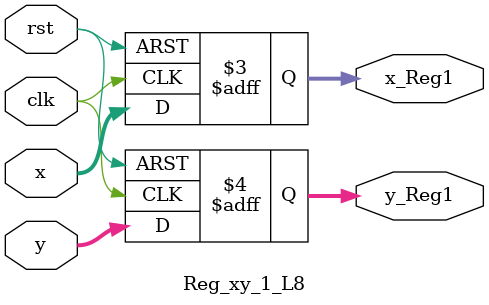
<source format=v>
module Reg_xy_1_L8(x_Reg1,y_Reg1,clk,rst,x,y);
output reg [4:0] x_Reg1,y_Reg1;
input clk,rst;
input [4:0] x,y;

always @ (posedge clk or negedge rst)
	begin
		if (!rst )begin 
			x_Reg1<=0; y_Reg1<=0;end
		else  begin
			x_Reg1<=x; y_Reg1<=y;end
	end

endmodule

</source>
